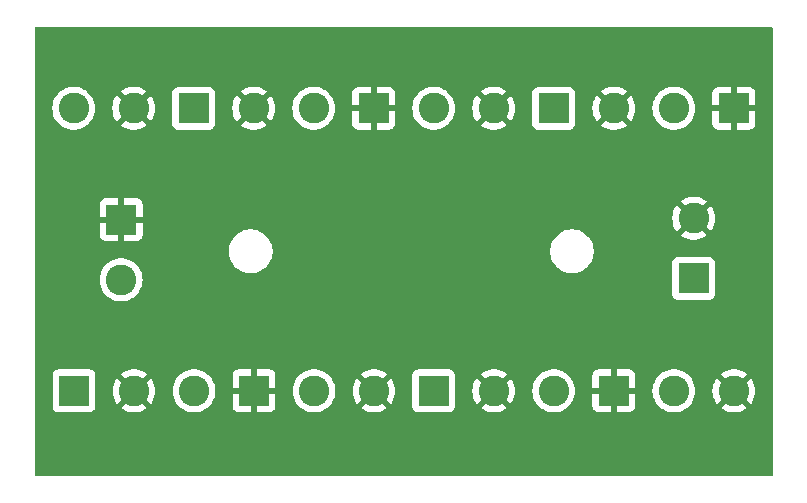
<source format=gbr>
%TF.GenerationSoftware,KiCad,Pcbnew,8.0.2*%
%TF.CreationDate,2024-10-28T21:49:57+01:00*%
%TF.ProjectId,SplitX_2,53706c69-7458-45f3-922e-6b696361645f,rev?*%
%TF.SameCoordinates,Original*%
%TF.FileFunction,Copper,L2,Bot*%
%TF.FilePolarity,Positive*%
%FSLAX46Y46*%
G04 Gerber Fmt 4.6, Leading zero omitted, Abs format (unit mm)*
G04 Created by KiCad (PCBNEW 8.0.2) date 2024-10-28 21:49:57*
%MOMM*%
%LPD*%
G01*
G04 APERTURE LIST*
%TA.AperFunction,ComponentPad*%
%ADD10R,2.600000X2.600000*%
%TD*%
%TA.AperFunction,ComponentPad*%
%ADD11C,2.600000*%
%TD*%
G04 APERTURE END LIST*
D10*
%TO.P,J5,1,Pin_1*%
%TO.N,B*%
X220218000Y-43891000D03*
D11*
%TO.P,J5,2,Pin_2*%
%TO.N,A*%
X215138000Y-43891000D03*
%TO.P,J5,3,Pin_3*%
%TO.N,B*%
X210058000Y-43891000D03*
%TD*%
D10*
%TO.P,J6,1,Pin_1*%
%TO.N,B*%
X210080000Y-67818000D03*
D11*
%TO.P,J6,2,Pin_2*%
%TO.N,A*%
X215160000Y-67818000D03*
%TO.P,J6,3,Pin_3*%
%TO.N,B*%
X220240000Y-67818000D03*
%TD*%
D10*
%TO.P,J4,1,Pin_1*%
%TO.N,A*%
X194840000Y-67818000D03*
D11*
%TO.P,J4,2,Pin_2*%
%TO.N,B*%
X199920000Y-67818000D03*
%TO.P,J4,3,Pin_3*%
%TO.N,A*%
X205000000Y-67818000D03*
%TD*%
D10*
%TO.P,J1,1,Pin_1*%
%TO.N,B*%
X198831000Y-53335000D03*
D11*
%TO.P,J1,2,Pin_2*%
%TO.N,A*%
X198831000Y-58415000D03*
%TD*%
D10*
%TO.P,J8,1,Pin_1*%
%TO.N,A*%
X225298000Y-67818000D03*
D11*
%TO.P,J8,2,Pin_2*%
%TO.N,B*%
X230378000Y-67818000D03*
%TO.P,J8,3,Pin_3*%
%TO.N,A*%
X235458000Y-67818000D03*
%TD*%
D10*
%TO.P,J2,1,Pin_1*%
%TO.N,B*%
X250703000Y-43891000D03*
D11*
%TO.P,J2,2,Pin_2*%
%TO.N,A*%
X245623000Y-43891000D03*
%TO.P,J2,3,Pin_3*%
%TO.N,B*%
X240543000Y-43891000D03*
%TD*%
D10*
%TO.P,J7,1,Pin_1*%
%TO.N,A*%
X204978000Y-43891000D03*
D11*
%TO.P,J7,2,Pin_2*%
%TO.N,B*%
X199898000Y-43891000D03*
%TO.P,J7,3,Pin_3*%
%TO.N,A*%
X194818000Y-43891000D03*
%TD*%
D10*
%TO.P,J9,1,Pin_1*%
%TO.N,B*%
X240544000Y-67818000D03*
D11*
%TO.P,J9,2,Pin_2*%
%TO.N,A*%
X245624000Y-67818000D03*
%TO.P,J9,3,Pin_3*%
%TO.N,B*%
X250704000Y-67818000D03*
%TD*%
D10*
%TO.P,J10,1,Pin_1*%
%TO.N,A*%
X247305000Y-58291000D03*
D11*
%TO.P,J10,2,Pin_2*%
%TO.N,B*%
X247305000Y-53211000D03*
%TD*%
D10*
%TO.P,J3,1,Pin_1*%
%TO.N,A*%
X235458000Y-43891000D03*
D11*
%TO.P,J3,2,Pin_2*%
%TO.N,B*%
X230378000Y-43891000D03*
%TO.P,J3,3,Pin_3*%
%TO.N,A*%
X225298000Y-43891000D03*
%TD*%
%TA.AperFunction,Conductor*%
%TO.N,B*%
G36*
X253942121Y-37020002D02*
G01*
X253988614Y-37073658D01*
X254000000Y-37126000D01*
X254000000Y-74874000D01*
X253979998Y-74942121D01*
X253926342Y-74988614D01*
X253874000Y-75000000D01*
X191626000Y-75000000D01*
X191557879Y-74979998D01*
X191511386Y-74926342D01*
X191500000Y-74874000D01*
X191500000Y-66469350D01*
X193031500Y-66469350D01*
X193031500Y-69166649D01*
X193038009Y-69227196D01*
X193038011Y-69227204D01*
X193089110Y-69364202D01*
X193089112Y-69364207D01*
X193176738Y-69481261D01*
X193293792Y-69568887D01*
X193293794Y-69568888D01*
X193293796Y-69568889D01*
X193338629Y-69585611D01*
X193430795Y-69619988D01*
X193430803Y-69619990D01*
X193491350Y-69626499D01*
X193491355Y-69626499D01*
X193491362Y-69626500D01*
X193491368Y-69626500D01*
X196188632Y-69626500D01*
X196188638Y-69626500D01*
X196188645Y-69626499D01*
X196188649Y-69626499D01*
X196249196Y-69619990D01*
X196249199Y-69619989D01*
X196249201Y-69619989D01*
X196386204Y-69568889D01*
X196386799Y-69568444D01*
X196503261Y-69481261D01*
X196590887Y-69364207D01*
X196590887Y-69364206D01*
X196590889Y-69364204D01*
X196641989Y-69227201D01*
X196648500Y-69166638D01*
X196648500Y-67818000D01*
X198106930Y-67818000D01*
X198127180Y-68088227D01*
X198187480Y-68352413D01*
X198187481Y-68352416D01*
X198286480Y-68604664D01*
X198421968Y-68839335D01*
X198474092Y-68904696D01*
X198474093Y-68904696D01*
X199317301Y-68061488D01*
X199343978Y-68125890D01*
X199415112Y-68232351D01*
X199505649Y-68322888D01*
X199612110Y-68394022D01*
X199676510Y-68420698D01*
X198832455Y-69264752D01*
X198832455Y-69264753D01*
X199013469Y-69388167D01*
X199013470Y-69388168D01*
X199257602Y-69505735D01*
X199516547Y-69585611D01*
X199516555Y-69585612D01*
X199784513Y-69626000D01*
X200055487Y-69626000D01*
X200323444Y-69585612D01*
X200323452Y-69585611D01*
X200582397Y-69505735D01*
X200826529Y-69388168D01*
X200826530Y-69388167D01*
X201007544Y-69264753D01*
X200163489Y-68420698D01*
X200227890Y-68394022D01*
X200334351Y-68322888D01*
X200424888Y-68232351D01*
X200496022Y-68125890D01*
X200522698Y-68061489D01*
X201365906Y-68904697D01*
X201365907Y-68904696D01*
X201418025Y-68839343D01*
X201418031Y-68839335D01*
X201553519Y-68604664D01*
X201652518Y-68352416D01*
X201652519Y-68352413D01*
X201712819Y-68088227D01*
X201733069Y-67818000D01*
X203186429Y-67818000D01*
X203206685Y-68088302D01*
X203267001Y-68352560D01*
X203267002Y-68352562D01*
X203366027Y-68604875D01*
X203366030Y-68604883D01*
X203501554Y-68839617D01*
X203501556Y-68839620D01*
X203501557Y-68839621D01*
X203553453Y-68904697D01*
X203670561Y-69051546D01*
X203794545Y-69166585D01*
X203869257Y-69235907D01*
X203869263Y-69235911D01*
X204093205Y-69388593D01*
X204093212Y-69388597D01*
X204093215Y-69388599D01*
X204234003Y-69456399D01*
X204337423Y-69506204D01*
X204337436Y-69506209D01*
X204596431Y-69586098D01*
X204596433Y-69586098D01*
X204596442Y-69586101D01*
X204864472Y-69626500D01*
X204864476Y-69626500D01*
X205135524Y-69626500D01*
X205135528Y-69626500D01*
X205403558Y-69586101D01*
X205403568Y-69586098D01*
X205662563Y-69506209D01*
X205662565Y-69506207D01*
X205662572Y-69506206D01*
X205662577Y-69506203D01*
X205662581Y-69506202D01*
X205906780Y-69388602D01*
X205906780Y-69388601D01*
X205906786Y-69388599D01*
X206130743Y-69235907D01*
X206329442Y-69051542D01*
X206498443Y-68839621D01*
X206633971Y-68604879D01*
X206732999Y-68352559D01*
X206793315Y-68088299D01*
X206813571Y-67818000D01*
X206793315Y-67547701D01*
X206732999Y-67283441D01*
X206633971Y-67031121D01*
X206633970Y-67031120D01*
X206633969Y-67031116D01*
X206498445Y-66796382D01*
X206329438Y-66584453D01*
X206205441Y-66469402D01*
X208272000Y-66469402D01*
X208272000Y-67564000D01*
X209481656Y-67564000D01*
X209454979Y-67628402D01*
X209430000Y-67753981D01*
X209430000Y-67882019D01*
X209454979Y-68007598D01*
X209481656Y-68072000D01*
X208272000Y-68072000D01*
X208272000Y-69166597D01*
X208278505Y-69227093D01*
X208329555Y-69363964D01*
X208329555Y-69363965D01*
X208417095Y-69480904D01*
X208534034Y-69568444D01*
X208670906Y-69619494D01*
X208731402Y-69625999D01*
X208731415Y-69626000D01*
X209826000Y-69626000D01*
X209826000Y-68416344D01*
X209890402Y-68443021D01*
X210015981Y-68468000D01*
X210144019Y-68468000D01*
X210269598Y-68443021D01*
X210334000Y-68416344D01*
X210334000Y-69626000D01*
X211428585Y-69626000D01*
X211428597Y-69625999D01*
X211489093Y-69619494D01*
X211625964Y-69568444D01*
X211625965Y-69568444D01*
X211742904Y-69480904D01*
X211830444Y-69363965D01*
X211830444Y-69363964D01*
X211881494Y-69227093D01*
X211887999Y-69166597D01*
X211888000Y-69166585D01*
X211888000Y-68072000D01*
X210678344Y-68072000D01*
X210705021Y-68007598D01*
X210730000Y-67882019D01*
X210730000Y-67818000D01*
X213346429Y-67818000D01*
X213366685Y-68088302D01*
X213427001Y-68352560D01*
X213427002Y-68352562D01*
X213526027Y-68604875D01*
X213526030Y-68604883D01*
X213661554Y-68839617D01*
X213661556Y-68839620D01*
X213661557Y-68839621D01*
X213713453Y-68904697D01*
X213830561Y-69051546D01*
X213954545Y-69166585D01*
X214029257Y-69235907D01*
X214029263Y-69235911D01*
X214253205Y-69388593D01*
X214253212Y-69388597D01*
X214253215Y-69388599D01*
X214394003Y-69456399D01*
X214497423Y-69506204D01*
X214497436Y-69506209D01*
X214756431Y-69586098D01*
X214756433Y-69586098D01*
X214756442Y-69586101D01*
X215024472Y-69626500D01*
X215024476Y-69626500D01*
X215295524Y-69626500D01*
X215295528Y-69626500D01*
X215563558Y-69586101D01*
X215563568Y-69586098D01*
X215822563Y-69506209D01*
X215822565Y-69506207D01*
X215822572Y-69506206D01*
X215822577Y-69506203D01*
X215822581Y-69506202D01*
X216066780Y-69388602D01*
X216066780Y-69388601D01*
X216066786Y-69388599D01*
X216290743Y-69235907D01*
X216489442Y-69051542D01*
X216658443Y-68839621D01*
X216793971Y-68604879D01*
X216892999Y-68352559D01*
X216953315Y-68088299D01*
X216973571Y-67818000D01*
X218426930Y-67818000D01*
X218447180Y-68088227D01*
X218507480Y-68352413D01*
X218507481Y-68352416D01*
X218606480Y-68604664D01*
X218741968Y-68839335D01*
X218794092Y-68904696D01*
X218794093Y-68904696D01*
X219637301Y-68061488D01*
X219663978Y-68125890D01*
X219735112Y-68232351D01*
X219825649Y-68322888D01*
X219932110Y-68394022D01*
X219996510Y-68420698D01*
X219152455Y-69264752D01*
X219152455Y-69264753D01*
X219333469Y-69388167D01*
X219333470Y-69388168D01*
X219577602Y-69505735D01*
X219836547Y-69585611D01*
X219836555Y-69585612D01*
X220104513Y-69626000D01*
X220375487Y-69626000D01*
X220643444Y-69585612D01*
X220643452Y-69585611D01*
X220902397Y-69505735D01*
X221146529Y-69388168D01*
X221146530Y-69388167D01*
X221327544Y-69264753D01*
X220483489Y-68420698D01*
X220547890Y-68394022D01*
X220654351Y-68322888D01*
X220744888Y-68232351D01*
X220816022Y-68125890D01*
X220842698Y-68061489D01*
X221685906Y-68904697D01*
X221685907Y-68904696D01*
X221738025Y-68839343D01*
X221738031Y-68839335D01*
X221873519Y-68604664D01*
X221972518Y-68352416D01*
X221972519Y-68352413D01*
X222032819Y-68088227D01*
X222053069Y-67818000D01*
X222032819Y-67547772D01*
X221972519Y-67283586D01*
X221972518Y-67283583D01*
X221873519Y-67031335D01*
X221738031Y-66796664D01*
X221685906Y-66731302D01*
X221685905Y-66731302D01*
X220842697Y-67574509D01*
X220816022Y-67510110D01*
X220744888Y-67403649D01*
X220654351Y-67313112D01*
X220547890Y-67241978D01*
X220483488Y-67215301D01*
X221229439Y-66469350D01*
X223489500Y-66469350D01*
X223489500Y-69166649D01*
X223496009Y-69227196D01*
X223496011Y-69227204D01*
X223547110Y-69364202D01*
X223547112Y-69364207D01*
X223634738Y-69481261D01*
X223751792Y-69568887D01*
X223751794Y-69568888D01*
X223751796Y-69568889D01*
X223796629Y-69585611D01*
X223888795Y-69619988D01*
X223888803Y-69619990D01*
X223949350Y-69626499D01*
X223949355Y-69626499D01*
X223949362Y-69626500D01*
X223949368Y-69626500D01*
X226646632Y-69626500D01*
X226646638Y-69626500D01*
X226646645Y-69626499D01*
X226646649Y-69626499D01*
X226707196Y-69619990D01*
X226707199Y-69619989D01*
X226707201Y-69619989D01*
X226844204Y-69568889D01*
X226844799Y-69568444D01*
X226961261Y-69481261D01*
X227048887Y-69364207D01*
X227048887Y-69364206D01*
X227048889Y-69364204D01*
X227099989Y-69227201D01*
X227106500Y-69166638D01*
X227106500Y-67818000D01*
X228564930Y-67818000D01*
X228585180Y-68088227D01*
X228645480Y-68352413D01*
X228645481Y-68352416D01*
X228744480Y-68604664D01*
X228879968Y-68839335D01*
X228932092Y-68904696D01*
X228932093Y-68904696D01*
X229775301Y-68061488D01*
X229801978Y-68125890D01*
X229873112Y-68232351D01*
X229963649Y-68322888D01*
X230070110Y-68394022D01*
X230134510Y-68420698D01*
X229290455Y-69264752D01*
X229290455Y-69264753D01*
X229471469Y-69388167D01*
X229471470Y-69388168D01*
X229715602Y-69505735D01*
X229974547Y-69585611D01*
X229974555Y-69585612D01*
X230242513Y-69626000D01*
X230513487Y-69626000D01*
X230781444Y-69585612D01*
X230781452Y-69585611D01*
X231040397Y-69505735D01*
X231284529Y-69388168D01*
X231284530Y-69388167D01*
X231465544Y-69264753D01*
X230621489Y-68420698D01*
X230685890Y-68394022D01*
X230792351Y-68322888D01*
X230882888Y-68232351D01*
X230954022Y-68125890D01*
X230980698Y-68061489D01*
X231823906Y-68904697D01*
X231823907Y-68904696D01*
X231876025Y-68839343D01*
X231876031Y-68839335D01*
X232011519Y-68604664D01*
X232110518Y-68352416D01*
X232110519Y-68352413D01*
X232170819Y-68088227D01*
X232191069Y-67818000D01*
X233644429Y-67818000D01*
X233664685Y-68088302D01*
X233725001Y-68352560D01*
X233725002Y-68352562D01*
X233824027Y-68604875D01*
X233824030Y-68604883D01*
X233959554Y-68839617D01*
X233959556Y-68839620D01*
X233959557Y-68839621D01*
X234011453Y-68904697D01*
X234128561Y-69051546D01*
X234252545Y-69166585D01*
X234327257Y-69235907D01*
X234327263Y-69235911D01*
X234551205Y-69388593D01*
X234551212Y-69388597D01*
X234551215Y-69388599D01*
X234692003Y-69456399D01*
X234795423Y-69506204D01*
X234795436Y-69506209D01*
X235054431Y-69586098D01*
X235054433Y-69586098D01*
X235054442Y-69586101D01*
X235322472Y-69626500D01*
X235322476Y-69626500D01*
X235593524Y-69626500D01*
X235593528Y-69626500D01*
X235861558Y-69586101D01*
X235861568Y-69586098D01*
X236120563Y-69506209D01*
X236120565Y-69506207D01*
X236120572Y-69506206D01*
X236120577Y-69506203D01*
X236120581Y-69506202D01*
X236364780Y-69388602D01*
X236364780Y-69388601D01*
X236364786Y-69388599D01*
X236588743Y-69235907D01*
X236787442Y-69051542D01*
X236956443Y-68839621D01*
X237091971Y-68604879D01*
X237190999Y-68352559D01*
X237251315Y-68088299D01*
X237271571Y-67818000D01*
X237251315Y-67547701D01*
X237190999Y-67283441D01*
X237091971Y-67031121D01*
X237091970Y-67031120D01*
X237091969Y-67031116D01*
X236956445Y-66796382D01*
X236787438Y-66584453D01*
X236663441Y-66469402D01*
X238736000Y-66469402D01*
X238736000Y-67564000D01*
X239945656Y-67564000D01*
X239918979Y-67628402D01*
X239894000Y-67753981D01*
X239894000Y-67882019D01*
X239918979Y-68007598D01*
X239945656Y-68072000D01*
X238736000Y-68072000D01*
X238736000Y-69166597D01*
X238742505Y-69227093D01*
X238793555Y-69363964D01*
X238793555Y-69363965D01*
X238881095Y-69480904D01*
X238998034Y-69568444D01*
X239134906Y-69619494D01*
X239195402Y-69625999D01*
X239195415Y-69626000D01*
X240290000Y-69626000D01*
X240290000Y-68416344D01*
X240354402Y-68443021D01*
X240479981Y-68468000D01*
X240608019Y-68468000D01*
X240733598Y-68443021D01*
X240798000Y-68416344D01*
X240798000Y-69626000D01*
X241892585Y-69626000D01*
X241892597Y-69625999D01*
X241953093Y-69619494D01*
X242089964Y-69568444D01*
X242089965Y-69568444D01*
X242206904Y-69480904D01*
X242294444Y-69363965D01*
X242294444Y-69363964D01*
X242345494Y-69227093D01*
X242351999Y-69166597D01*
X242352000Y-69166585D01*
X242352000Y-68072000D01*
X241142344Y-68072000D01*
X241169021Y-68007598D01*
X241194000Y-67882019D01*
X241194000Y-67818000D01*
X243810429Y-67818000D01*
X243830685Y-68088302D01*
X243891001Y-68352560D01*
X243891002Y-68352562D01*
X243990027Y-68604875D01*
X243990030Y-68604883D01*
X244125554Y-68839617D01*
X244125556Y-68839620D01*
X244125557Y-68839621D01*
X244177453Y-68904697D01*
X244294561Y-69051546D01*
X244418545Y-69166585D01*
X244493257Y-69235907D01*
X244493263Y-69235911D01*
X244717205Y-69388593D01*
X244717212Y-69388597D01*
X244717215Y-69388599D01*
X244858003Y-69456399D01*
X244961423Y-69506204D01*
X244961436Y-69506209D01*
X245220431Y-69586098D01*
X245220433Y-69586098D01*
X245220442Y-69586101D01*
X245488472Y-69626500D01*
X245488476Y-69626500D01*
X245759524Y-69626500D01*
X245759528Y-69626500D01*
X246027558Y-69586101D01*
X246027568Y-69586098D01*
X246286563Y-69506209D01*
X246286565Y-69506207D01*
X246286572Y-69506206D01*
X246286577Y-69506203D01*
X246286581Y-69506202D01*
X246530780Y-69388602D01*
X246530780Y-69388601D01*
X246530786Y-69388599D01*
X246754743Y-69235907D01*
X246953442Y-69051542D01*
X247122443Y-68839621D01*
X247257971Y-68604879D01*
X247356999Y-68352559D01*
X247417315Y-68088299D01*
X247437571Y-67818000D01*
X248890930Y-67818000D01*
X248911180Y-68088227D01*
X248971480Y-68352413D01*
X248971481Y-68352416D01*
X249070480Y-68604664D01*
X249205968Y-68839335D01*
X249258092Y-68904696D01*
X249258093Y-68904696D01*
X250101301Y-68061488D01*
X250127978Y-68125890D01*
X250199112Y-68232351D01*
X250289649Y-68322888D01*
X250396110Y-68394022D01*
X250460510Y-68420698D01*
X249616455Y-69264752D01*
X249616455Y-69264753D01*
X249797469Y-69388167D01*
X249797470Y-69388168D01*
X250041602Y-69505735D01*
X250300547Y-69585611D01*
X250300555Y-69585612D01*
X250568513Y-69626000D01*
X250839487Y-69626000D01*
X251107444Y-69585612D01*
X251107452Y-69585611D01*
X251366397Y-69505735D01*
X251610529Y-69388168D01*
X251610530Y-69388167D01*
X251791544Y-69264753D01*
X250947489Y-68420698D01*
X251011890Y-68394022D01*
X251118351Y-68322888D01*
X251208888Y-68232351D01*
X251280022Y-68125890D01*
X251306698Y-68061489D01*
X252149906Y-68904697D01*
X252149907Y-68904696D01*
X252202025Y-68839343D01*
X252202031Y-68839335D01*
X252337519Y-68604664D01*
X252436518Y-68352416D01*
X252436519Y-68352413D01*
X252496819Y-68088227D01*
X252517069Y-67818000D01*
X252496819Y-67547772D01*
X252436519Y-67283586D01*
X252436518Y-67283583D01*
X252337519Y-67031335D01*
X252202031Y-66796664D01*
X252149906Y-66731302D01*
X252149905Y-66731302D01*
X251306697Y-67574509D01*
X251280022Y-67510110D01*
X251208888Y-67403649D01*
X251118351Y-67313112D01*
X251011890Y-67241978D01*
X250947488Y-67215301D01*
X251791543Y-66371246D01*
X251791543Y-66371244D01*
X251610537Y-66247836D01*
X251610529Y-66247831D01*
X251366397Y-66130264D01*
X251107452Y-66050388D01*
X251107444Y-66050387D01*
X250839487Y-66010000D01*
X250568513Y-66010000D01*
X250300555Y-66050387D01*
X250300547Y-66050388D01*
X250041602Y-66130264D01*
X249797470Y-66247831D01*
X249797462Y-66247836D01*
X249616455Y-66371244D01*
X249616455Y-66371246D01*
X250460510Y-67215301D01*
X250396110Y-67241978D01*
X250289649Y-67313112D01*
X250199112Y-67403649D01*
X250127978Y-67510110D01*
X250101301Y-67574510D01*
X249258093Y-66731302D01*
X249258091Y-66731302D01*
X249205968Y-66796664D01*
X249070480Y-67031335D01*
X248971481Y-67283583D01*
X248971480Y-67283586D01*
X248911180Y-67547772D01*
X248890930Y-67818000D01*
X247437571Y-67818000D01*
X247417315Y-67547701D01*
X247356999Y-67283441D01*
X247257971Y-67031121D01*
X247257970Y-67031120D01*
X247257969Y-67031116D01*
X247122445Y-66796382D01*
X246953438Y-66584453D01*
X246764126Y-66408799D01*
X246754743Y-66400093D01*
X246712432Y-66371246D01*
X246566917Y-66272035D01*
X246530786Y-66247401D01*
X246530783Y-66247400D01*
X246530781Y-66247398D01*
X246530780Y-66247397D01*
X246286581Y-66129797D01*
X246286563Y-66129790D01*
X246027568Y-66049901D01*
X246027560Y-66049899D01*
X246027558Y-66049899D01*
X245759528Y-66009500D01*
X245488472Y-66009500D01*
X245220442Y-66049899D01*
X245220440Y-66049899D01*
X245220431Y-66049901D01*
X244961436Y-66129790D01*
X244961423Y-66129795D01*
X244717212Y-66247402D01*
X244717205Y-66247406D01*
X244493263Y-66400088D01*
X244493251Y-66400098D01*
X244294561Y-66584453D01*
X244125554Y-66796382D01*
X243990030Y-67031116D01*
X243990027Y-67031124D01*
X243891002Y-67283437D01*
X243891001Y-67283439D01*
X243830685Y-67547697D01*
X243810429Y-67818000D01*
X241194000Y-67818000D01*
X241194000Y-67753981D01*
X241169021Y-67628402D01*
X241142344Y-67564000D01*
X242352000Y-67564000D01*
X242352000Y-66469414D01*
X242351999Y-66469402D01*
X242345494Y-66408906D01*
X242294444Y-66272035D01*
X242294444Y-66272034D01*
X242206904Y-66155095D01*
X242089965Y-66067555D01*
X241953093Y-66016505D01*
X241892597Y-66010000D01*
X240798000Y-66010000D01*
X240798000Y-67219655D01*
X240733598Y-67192979D01*
X240608019Y-67168000D01*
X240479981Y-67168000D01*
X240354402Y-67192979D01*
X240290000Y-67219655D01*
X240290000Y-66010000D01*
X239195402Y-66010000D01*
X239134906Y-66016505D01*
X238998035Y-66067555D01*
X238998034Y-66067555D01*
X238881095Y-66155095D01*
X238793555Y-66272034D01*
X238793555Y-66272035D01*
X238742505Y-66408906D01*
X238736000Y-66469402D01*
X236663441Y-66469402D01*
X236598126Y-66408799D01*
X236588743Y-66400093D01*
X236546432Y-66371246D01*
X236400917Y-66272035D01*
X236364786Y-66247401D01*
X236364783Y-66247400D01*
X236364781Y-66247398D01*
X236364780Y-66247397D01*
X236120581Y-66129797D01*
X236120563Y-66129790D01*
X235861568Y-66049901D01*
X235861560Y-66049899D01*
X235861558Y-66049899D01*
X235593528Y-66009500D01*
X235322472Y-66009500D01*
X235054442Y-66049899D01*
X235054440Y-66049899D01*
X235054431Y-66049901D01*
X234795436Y-66129790D01*
X234795423Y-66129795D01*
X234551212Y-66247402D01*
X234551205Y-66247406D01*
X234327263Y-66400088D01*
X234327251Y-66400098D01*
X234128561Y-66584453D01*
X233959554Y-66796382D01*
X233824030Y-67031116D01*
X233824027Y-67031124D01*
X233725002Y-67283437D01*
X233725001Y-67283439D01*
X233664685Y-67547697D01*
X233644429Y-67818000D01*
X232191069Y-67818000D01*
X232170819Y-67547772D01*
X232110519Y-67283586D01*
X232110518Y-67283583D01*
X232011519Y-67031335D01*
X231876031Y-66796664D01*
X231823906Y-66731302D01*
X231823905Y-66731302D01*
X230980697Y-67574509D01*
X230954022Y-67510110D01*
X230882888Y-67403649D01*
X230792351Y-67313112D01*
X230685890Y-67241978D01*
X230621488Y-67215301D01*
X231465543Y-66371246D01*
X231465543Y-66371244D01*
X231284537Y-66247836D01*
X231284529Y-66247831D01*
X231040397Y-66130264D01*
X230781452Y-66050388D01*
X230781444Y-66050387D01*
X230513487Y-66010000D01*
X230242513Y-66010000D01*
X229974555Y-66050387D01*
X229974547Y-66050388D01*
X229715602Y-66130264D01*
X229471470Y-66247831D01*
X229471462Y-66247836D01*
X229290455Y-66371244D01*
X229290455Y-66371246D01*
X230134510Y-67215301D01*
X230070110Y-67241978D01*
X229963649Y-67313112D01*
X229873112Y-67403649D01*
X229801978Y-67510110D01*
X229775301Y-67574510D01*
X228932093Y-66731302D01*
X228932091Y-66731302D01*
X228879968Y-66796664D01*
X228744480Y-67031335D01*
X228645481Y-67283583D01*
X228645480Y-67283586D01*
X228585180Y-67547772D01*
X228564930Y-67818000D01*
X227106500Y-67818000D01*
X227106500Y-66469362D01*
X227100001Y-66408906D01*
X227099990Y-66408803D01*
X227099988Y-66408795D01*
X227048978Y-66272035D01*
X227048889Y-66271796D01*
X227048888Y-66271794D01*
X227048887Y-66271792D01*
X226961261Y-66154738D01*
X226844207Y-66067112D01*
X226844202Y-66067110D01*
X226707204Y-66016011D01*
X226707196Y-66016009D01*
X226646649Y-66009500D01*
X226646638Y-66009500D01*
X223949362Y-66009500D01*
X223949350Y-66009500D01*
X223888803Y-66016009D01*
X223888795Y-66016011D01*
X223751797Y-66067110D01*
X223751792Y-66067112D01*
X223634738Y-66154738D01*
X223547112Y-66271792D01*
X223547110Y-66271797D01*
X223496011Y-66408795D01*
X223496009Y-66408803D01*
X223489500Y-66469350D01*
X221229439Y-66469350D01*
X221327543Y-66371246D01*
X221327543Y-66371244D01*
X221146537Y-66247836D01*
X221146529Y-66247831D01*
X220902397Y-66130264D01*
X220643452Y-66050388D01*
X220643444Y-66050387D01*
X220375487Y-66010000D01*
X220104513Y-66010000D01*
X219836555Y-66050387D01*
X219836547Y-66050388D01*
X219577602Y-66130264D01*
X219333470Y-66247831D01*
X219333462Y-66247836D01*
X219152455Y-66371244D01*
X219152455Y-66371246D01*
X219996510Y-67215301D01*
X219932110Y-67241978D01*
X219825649Y-67313112D01*
X219735112Y-67403649D01*
X219663978Y-67510110D01*
X219637301Y-67574510D01*
X218794093Y-66731302D01*
X218794091Y-66731302D01*
X218741968Y-66796664D01*
X218606480Y-67031335D01*
X218507481Y-67283583D01*
X218507480Y-67283586D01*
X218447180Y-67547772D01*
X218426930Y-67818000D01*
X216973571Y-67818000D01*
X216953315Y-67547701D01*
X216892999Y-67283441D01*
X216793971Y-67031121D01*
X216793970Y-67031120D01*
X216793969Y-67031116D01*
X216658445Y-66796382D01*
X216489438Y-66584453D01*
X216300126Y-66408799D01*
X216290743Y-66400093D01*
X216248432Y-66371246D01*
X216102917Y-66272035D01*
X216066786Y-66247401D01*
X216066783Y-66247400D01*
X216066781Y-66247398D01*
X216066780Y-66247397D01*
X215822581Y-66129797D01*
X215822563Y-66129790D01*
X215563568Y-66049901D01*
X215563560Y-66049899D01*
X215563558Y-66049899D01*
X215295528Y-66009500D01*
X215024472Y-66009500D01*
X214756442Y-66049899D01*
X214756440Y-66049899D01*
X214756431Y-66049901D01*
X214497436Y-66129790D01*
X214497423Y-66129795D01*
X214253212Y-66247402D01*
X214253205Y-66247406D01*
X214029263Y-66400088D01*
X214029251Y-66400098D01*
X213830561Y-66584453D01*
X213661554Y-66796382D01*
X213526030Y-67031116D01*
X213526027Y-67031124D01*
X213427002Y-67283437D01*
X213427001Y-67283439D01*
X213366685Y-67547697D01*
X213346429Y-67818000D01*
X210730000Y-67818000D01*
X210730000Y-67753981D01*
X210705021Y-67628402D01*
X210678344Y-67564000D01*
X211888000Y-67564000D01*
X211888000Y-66469414D01*
X211887999Y-66469402D01*
X211881494Y-66408906D01*
X211830444Y-66272035D01*
X211830444Y-66272034D01*
X211742904Y-66155095D01*
X211625965Y-66067555D01*
X211489093Y-66016505D01*
X211428597Y-66010000D01*
X210334000Y-66010000D01*
X210334000Y-67219655D01*
X210269598Y-67192979D01*
X210144019Y-67168000D01*
X210015981Y-67168000D01*
X209890402Y-67192979D01*
X209826000Y-67219655D01*
X209826000Y-66010000D01*
X208731402Y-66010000D01*
X208670906Y-66016505D01*
X208534035Y-66067555D01*
X208534034Y-66067555D01*
X208417095Y-66155095D01*
X208329555Y-66272034D01*
X208329555Y-66272035D01*
X208278505Y-66408906D01*
X208272000Y-66469402D01*
X206205441Y-66469402D01*
X206140126Y-66408799D01*
X206130743Y-66400093D01*
X206088432Y-66371246D01*
X205942917Y-66272035D01*
X205906786Y-66247401D01*
X205906783Y-66247400D01*
X205906781Y-66247398D01*
X205906780Y-66247397D01*
X205662581Y-66129797D01*
X205662563Y-66129790D01*
X205403568Y-66049901D01*
X205403560Y-66049899D01*
X205403558Y-66049899D01*
X205135528Y-66009500D01*
X204864472Y-66009500D01*
X204596442Y-66049899D01*
X204596440Y-66049899D01*
X204596431Y-66049901D01*
X204337436Y-66129790D01*
X204337423Y-66129795D01*
X204093212Y-66247402D01*
X204093205Y-66247406D01*
X203869263Y-66400088D01*
X203869251Y-66400098D01*
X203670561Y-66584453D01*
X203501554Y-66796382D01*
X203366030Y-67031116D01*
X203366027Y-67031124D01*
X203267002Y-67283437D01*
X203267001Y-67283439D01*
X203206685Y-67547697D01*
X203186429Y-67818000D01*
X201733069Y-67818000D01*
X201712819Y-67547772D01*
X201652519Y-67283586D01*
X201652518Y-67283583D01*
X201553519Y-67031335D01*
X201418031Y-66796664D01*
X201365906Y-66731302D01*
X201365905Y-66731302D01*
X200522697Y-67574509D01*
X200496022Y-67510110D01*
X200424888Y-67403649D01*
X200334351Y-67313112D01*
X200227890Y-67241978D01*
X200163488Y-67215301D01*
X201007543Y-66371246D01*
X201007543Y-66371244D01*
X200826537Y-66247836D01*
X200826529Y-66247831D01*
X200582397Y-66130264D01*
X200323452Y-66050388D01*
X200323444Y-66050387D01*
X200055487Y-66010000D01*
X199784513Y-66010000D01*
X199516555Y-66050387D01*
X199516547Y-66050388D01*
X199257602Y-66130264D01*
X199013470Y-66247831D01*
X199013462Y-66247836D01*
X198832455Y-66371244D01*
X198832455Y-66371246D01*
X199676510Y-67215301D01*
X199612110Y-67241978D01*
X199505649Y-67313112D01*
X199415112Y-67403649D01*
X199343978Y-67510110D01*
X199317301Y-67574510D01*
X198474093Y-66731302D01*
X198474091Y-66731302D01*
X198421968Y-66796664D01*
X198286480Y-67031335D01*
X198187481Y-67283583D01*
X198187480Y-67283586D01*
X198127180Y-67547772D01*
X198106930Y-67818000D01*
X196648500Y-67818000D01*
X196648500Y-66469362D01*
X196642001Y-66408906D01*
X196641990Y-66408803D01*
X196641988Y-66408795D01*
X196590978Y-66272035D01*
X196590889Y-66271796D01*
X196590888Y-66271794D01*
X196590887Y-66271792D01*
X196503261Y-66154738D01*
X196386207Y-66067112D01*
X196386202Y-66067110D01*
X196249204Y-66016011D01*
X196249196Y-66016009D01*
X196188649Y-66009500D01*
X196188638Y-66009500D01*
X193491362Y-66009500D01*
X193491350Y-66009500D01*
X193430803Y-66016009D01*
X193430795Y-66016011D01*
X193293797Y-66067110D01*
X193293792Y-66067112D01*
X193176738Y-66154738D01*
X193089112Y-66271792D01*
X193089110Y-66271797D01*
X193038011Y-66408795D01*
X193038009Y-66408803D01*
X193031500Y-66469350D01*
X191500000Y-66469350D01*
X191500000Y-58415000D01*
X197017429Y-58415000D01*
X197037685Y-58685302D01*
X197098001Y-58949560D01*
X197098002Y-58949562D01*
X197197027Y-59201875D01*
X197197030Y-59201883D01*
X197332554Y-59436617D01*
X197501561Y-59648546D01*
X197648106Y-59784518D01*
X197700257Y-59832907D01*
X197700263Y-59832911D01*
X197924205Y-59985593D01*
X197924212Y-59985597D01*
X197924215Y-59985599D01*
X198041098Y-60041887D01*
X198168423Y-60103204D01*
X198168436Y-60103209D01*
X198427431Y-60183098D01*
X198427433Y-60183098D01*
X198427442Y-60183101D01*
X198695472Y-60223500D01*
X198695476Y-60223500D01*
X198966524Y-60223500D01*
X198966528Y-60223500D01*
X199234558Y-60183101D01*
X199234568Y-60183098D01*
X199493563Y-60103209D01*
X199493565Y-60103207D01*
X199493572Y-60103206D01*
X199493577Y-60103203D01*
X199493581Y-60103202D01*
X199737780Y-59985602D01*
X199737780Y-59985601D01*
X199737786Y-59985599D01*
X199961743Y-59832907D01*
X200160442Y-59648542D01*
X200329443Y-59436621D01*
X200464971Y-59201879D01*
X200563999Y-58949559D01*
X200624315Y-58685299D01*
X200644571Y-58415000D01*
X200624315Y-58144701D01*
X200563999Y-57880441D01*
X200464971Y-57628121D01*
X200464970Y-57628120D01*
X200464969Y-57628116D01*
X200329445Y-57393382D01*
X200160438Y-57181453D01*
X199961748Y-56997098D01*
X199961742Y-56997092D01*
X199792644Y-56881803D01*
X199737786Y-56844401D01*
X199737783Y-56844400D01*
X199737781Y-56844398D01*
X199737780Y-56844397D01*
X199493581Y-56726797D01*
X199493563Y-56726790D01*
X199234568Y-56646901D01*
X199234560Y-56646899D01*
X199234558Y-56646899D01*
X198966528Y-56606500D01*
X198695472Y-56606500D01*
X198427442Y-56646899D01*
X198427440Y-56646899D01*
X198427431Y-56646901D01*
X198168436Y-56726790D01*
X198168423Y-56726795D01*
X197924212Y-56844402D01*
X197924205Y-56844406D01*
X197700263Y-56997088D01*
X197700251Y-56997098D01*
X197501561Y-57181453D01*
X197332554Y-57393382D01*
X197197030Y-57628116D01*
X197197027Y-57628124D01*
X197098002Y-57880437D01*
X197098001Y-57880439D01*
X197037685Y-58144697D01*
X197017429Y-58415000D01*
X191500000Y-58415000D01*
X191500000Y-55878709D01*
X207953500Y-55878709D01*
X207953500Y-56121290D01*
X207985160Y-56361782D01*
X208047944Y-56596095D01*
X208047945Y-56596097D01*
X208047946Y-56596100D01*
X208140776Y-56820212D01*
X208140777Y-56820213D01*
X208140782Y-56820224D01*
X208262061Y-57030285D01*
X208262063Y-57030288D01*
X208262064Y-57030289D01*
X208409735Y-57222738D01*
X208409739Y-57222742D01*
X208409744Y-57222748D01*
X208581251Y-57394255D01*
X208581256Y-57394259D01*
X208581262Y-57394265D01*
X208773711Y-57541936D01*
X208773714Y-57541938D01*
X208983775Y-57663217D01*
X208983779Y-57663218D01*
X208983788Y-57663224D01*
X209207900Y-57756054D01*
X209442211Y-57818838D01*
X209442215Y-57818838D01*
X209442217Y-57818839D01*
X209504202Y-57826999D01*
X209682712Y-57850500D01*
X209682719Y-57850500D01*
X209925281Y-57850500D01*
X209925288Y-57850500D01*
X210142637Y-57821885D01*
X210165782Y-57818839D01*
X210165782Y-57818838D01*
X210165789Y-57818838D01*
X210400100Y-57756054D01*
X210624212Y-57663224D01*
X210834289Y-57541936D01*
X211026738Y-57394265D01*
X211198265Y-57222738D01*
X211345936Y-57030289D01*
X211467224Y-56820212D01*
X211560054Y-56596100D01*
X211622838Y-56361789D01*
X211654500Y-56121288D01*
X211654500Y-55878712D01*
X211654500Y-55878709D01*
X235149500Y-55878709D01*
X235149500Y-56121290D01*
X235181160Y-56361782D01*
X235243944Y-56596095D01*
X235243945Y-56596097D01*
X235243946Y-56596100D01*
X235336776Y-56820212D01*
X235336777Y-56820213D01*
X235336782Y-56820224D01*
X235458061Y-57030285D01*
X235458063Y-57030288D01*
X235458064Y-57030289D01*
X235605735Y-57222738D01*
X235605739Y-57222742D01*
X235605744Y-57222748D01*
X235777251Y-57394255D01*
X235777256Y-57394259D01*
X235777262Y-57394265D01*
X235969711Y-57541936D01*
X235969714Y-57541938D01*
X236179775Y-57663217D01*
X236179779Y-57663218D01*
X236179788Y-57663224D01*
X236403900Y-57756054D01*
X236638211Y-57818838D01*
X236638215Y-57818838D01*
X236638217Y-57818839D01*
X236700202Y-57826999D01*
X236878712Y-57850500D01*
X236878719Y-57850500D01*
X237121281Y-57850500D01*
X237121288Y-57850500D01*
X237338637Y-57821885D01*
X237361782Y-57818839D01*
X237361782Y-57818838D01*
X237361789Y-57818838D01*
X237596100Y-57756054D01*
X237820212Y-57663224D01*
X238030289Y-57541936D01*
X238222738Y-57394265D01*
X238394265Y-57222738D01*
X238541936Y-57030289D01*
X238592708Y-56942350D01*
X245496500Y-56942350D01*
X245496500Y-59639649D01*
X245503009Y-59700196D01*
X245503011Y-59700204D01*
X245554110Y-59837202D01*
X245554112Y-59837207D01*
X245641738Y-59954261D01*
X245758792Y-60041887D01*
X245758794Y-60041888D01*
X245758796Y-60041889D01*
X245817875Y-60063924D01*
X245895795Y-60092988D01*
X245895803Y-60092990D01*
X245956350Y-60099499D01*
X245956355Y-60099499D01*
X245956362Y-60099500D01*
X245956368Y-60099500D01*
X248653632Y-60099500D01*
X248653638Y-60099500D01*
X248653645Y-60099499D01*
X248653649Y-60099499D01*
X248714196Y-60092990D01*
X248714199Y-60092989D01*
X248714201Y-60092989D01*
X248851204Y-60041889D01*
X248926395Y-59985602D01*
X248968261Y-59954261D01*
X249055887Y-59837207D01*
X249055887Y-59837206D01*
X249055889Y-59837204D01*
X249106989Y-59700201D01*
X249112543Y-59648546D01*
X249113499Y-59639649D01*
X249113500Y-59639632D01*
X249113500Y-56942367D01*
X249113499Y-56942350D01*
X249106990Y-56881803D01*
X249106988Y-56881795D01*
X249055889Y-56744797D01*
X249055887Y-56744792D01*
X248968261Y-56627738D01*
X248851207Y-56540112D01*
X248851202Y-56540110D01*
X248714204Y-56489011D01*
X248714196Y-56489009D01*
X248653649Y-56482500D01*
X248653638Y-56482500D01*
X245956362Y-56482500D01*
X245956350Y-56482500D01*
X245895803Y-56489009D01*
X245895795Y-56489011D01*
X245758797Y-56540110D01*
X245758792Y-56540112D01*
X245641738Y-56627738D01*
X245554112Y-56744792D01*
X245554110Y-56744797D01*
X245503011Y-56881795D01*
X245503009Y-56881803D01*
X245496500Y-56942350D01*
X238592708Y-56942350D01*
X238663224Y-56820212D01*
X238756054Y-56596100D01*
X238818838Y-56361789D01*
X238850500Y-56121288D01*
X238850500Y-55878712D01*
X238818838Y-55638211D01*
X238756054Y-55403900D01*
X238663224Y-55179788D01*
X238663218Y-55179779D01*
X238663217Y-55179775D01*
X238541938Y-54969714D01*
X238487474Y-54898735D01*
X238394265Y-54777262D01*
X238394259Y-54777256D01*
X238394255Y-54777251D01*
X238222748Y-54605744D01*
X238222742Y-54605739D01*
X238222738Y-54605735D01*
X238030289Y-54458064D01*
X238030288Y-54458063D01*
X238030285Y-54458061D01*
X237820224Y-54336782D01*
X237820216Y-54336778D01*
X237820212Y-54336776D01*
X237596100Y-54243946D01*
X237596097Y-54243945D01*
X237596095Y-54243944D01*
X237361782Y-54181160D01*
X237121290Y-54149500D01*
X237121288Y-54149500D01*
X236878712Y-54149500D01*
X236878709Y-54149500D01*
X236638217Y-54181160D01*
X236403904Y-54243944D01*
X236403900Y-54243946D01*
X236274134Y-54297697D01*
X236179786Y-54336777D01*
X236179775Y-54336782D01*
X235969714Y-54458061D01*
X235777262Y-54605735D01*
X235777251Y-54605744D01*
X235605744Y-54777251D01*
X235605735Y-54777262D01*
X235458061Y-54969714D01*
X235336782Y-55179775D01*
X235336777Y-55179786D01*
X235243946Y-55403900D01*
X235243944Y-55403904D01*
X235181160Y-55638217D01*
X235149500Y-55878709D01*
X211654500Y-55878709D01*
X211622838Y-55638211D01*
X211560054Y-55403900D01*
X211467224Y-55179788D01*
X211467218Y-55179779D01*
X211467217Y-55179775D01*
X211345938Y-54969714D01*
X211291474Y-54898735D01*
X211198265Y-54777262D01*
X211198259Y-54777256D01*
X211198255Y-54777251D01*
X211026748Y-54605744D01*
X211026742Y-54605739D01*
X211026738Y-54605735D01*
X210834289Y-54458064D01*
X210834288Y-54458063D01*
X210834285Y-54458061D01*
X210624224Y-54336782D01*
X210624216Y-54336778D01*
X210624212Y-54336776D01*
X210400100Y-54243946D01*
X210400097Y-54243945D01*
X210400095Y-54243944D01*
X210165782Y-54181160D01*
X209925290Y-54149500D01*
X209925288Y-54149500D01*
X209682712Y-54149500D01*
X209682709Y-54149500D01*
X209442217Y-54181160D01*
X209207904Y-54243944D01*
X209207900Y-54243946D01*
X209078134Y-54297697D01*
X208983786Y-54336777D01*
X208983775Y-54336782D01*
X208773714Y-54458061D01*
X208581262Y-54605735D01*
X208581251Y-54605744D01*
X208409744Y-54777251D01*
X208409735Y-54777262D01*
X208262061Y-54969714D01*
X208140782Y-55179775D01*
X208140777Y-55179786D01*
X208047946Y-55403900D01*
X208047944Y-55403904D01*
X207985160Y-55638217D01*
X207953500Y-55878709D01*
X191500000Y-55878709D01*
X191500000Y-51986402D01*
X197023000Y-51986402D01*
X197023000Y-53081000D01*
X198232656Y-53081000D01*
X198205979Y-53145402D01*
X198181000Y-53270981D01*
X198181000Y-53399019D01*
X198205979Y-53524598D01*
X198232656Y-53589000D01*
X197023000Y-53589000D01*
X197023000Y-54683597D01*
X197029505Y-54744093D01*
X197080555Y-54880964D01*
X197080555Y-54880965D01*
X197168095Y-54997904D01*
X197285034Y-55085444D01*
X197421906Y-55136494D01*
X197482402Y-55142999D01*
X197482415Y-55143000D01*
X198577000Y-55143000D01*
X198577000Y-53933344D01*
X198641402Y-53960021D01*
X198766981Y-53985000D01*
X198895019Y-53985000D01*
X199020598Y-53960021D01*
X199085000Y-53933344D01*
X199085000Y-55143000D01*
X200179585Y-55143000D01*
X200179597Y-55142999D01*
X200240093Y-55136494D01*
X200376964Y-55085444D01*
X200376965Y-55085444D01*
X200493904Y-54997904D01*
X200581444Y-54880965D01*
X200581444Y-54880964D01*
X200632494Y-54744093D01*
X200638999Y-54683597D01*
X200639000Y-54683585D01*
X200639000Y-53589000D01*
X199429344Y-53589000D01*
X199456021Y-53524598D01*
X199481000Y-53399019D01*
X199481000Y-53270981D01*
X199469069Y-53211000D01*
X245491930Y-53211000D01*
X245512180Y-53481227D01*
X245572480Y-53745413D01*
X245572481Y-53745416D01*
X245671480Y-53997664D01*
X245806968Y-54232335D01*
X245859092Y-54297696D01*
X245859093Y-54297696D01*
X246702301Y-53454488D01*
X246728978Y-53518890D01*
X246800112Y-53625351D01*
X246890649Y-53715888D01*
X246997110Y-53787022D01*
X247061510Y-53813698D01*
X246217455Y-54657752D01*
X246217455Y-54657753D01*
X246398469Y-54781167D01*
X246398470Y-54781168D01*
X246642602Y-54898735D01*
X246901547Y-54978611D01*
X246901555Y-54978612D01*
X247169513Y-55019000D01*
X247440487Y-55019000D01*
X247708444Y-54978612D01*
X247708452Y-54978611D01*
X247967397Y-54898735D01*
X248211529Y-54781168D01*
X248211530Y-54781167D01*
X248392544Y-54657753D01*
X247548489Y-53813698D01*
X247612890Y-53787022D01*
X247719351Y-53715888D01*
X247809888Y-53625351D01*
X247881022Y-53518890D01*
X247907698Y-53454489D01*
X248750906Y-54297697D01*
X248750907Y-54297696D01*
X248803025Y-54232343D01*
X248803031Y-54232335D01*
X248938519Y-53997664D01*
X249037518Y-53745416D01*
X249037519Y-53745413D01*
X249097819Y-53481227D01*
X249118069Y-53211000D01*
X249097819Y-52940772D01*
X249037519Y-52676586D01*
X249037518Y-52676583D01*
X248938519Y-52424335D01*
X248803031Y-52189664D01*
X248750906Y-52124302D01*
X248750905Y-52124302D01*
X247907697Y-52967509D01*
X247881022Y-52903110D01*
X247809888Y-52796649D01*
X247719351Y-52706112D01*
X247612890Y-52634978D01*
X247548488Y-52608301D01*
X248392543Y-51764246D01*
X248392543Y-51764244D01*
X248211537Y-51640836D01*
X248211529Y-51640831D01*
X247967397Y-51523264D01*
X247708452Y-51443388D01*
X247708444Y-51443387D01*
X247440487Y-51403000D01*
X247169513Y-51403000D01*
X246901555Y-51443387D01*
X246901547Y-51443388D01*
X246642602Y-51523264D01*
X246398470Y-51640831D01*
X246398462Y-51640836D01*
X246217455Y-51764244D01*
X246217455Y-51764246D01*
X247061510Y-52608301D01*
X246997110Y-52634978D01*
X246890649Y-52706112D01*
X246800112Y-52796649D01*
X246728978Y-52903110D01*
X246702301Y-52967510D01*
X245859093Y-52124302D01*
X245859091Y-52124302D01*
X245806968Y-52189664D01*
X245671480Y-52424335D01*
X245572481Y-52676583D01*
X245572480Y-52676586D01*
X245512180Y-52940772D01*
X245491930Y-53211000D01*
X199469069Y-53211000D01*
X199456021Y-53145402D01*
X199429344Y-53081000D01*
X200639000Y-53081000D01*
X200639000Y-51986414D01*
X200638999Y-51986402D01*
X200632494Y-51925906D01*
X200581444Y-51789035D01*
X200581444Y-51789034D01*
X200493904Y-51672095D01*
X200376965Y-51584555D01*
X200240093Y-51533505D01*
X200179597Y-51527000D01*
X199085000Y-51527000D01*
X199085000Y-52736655D01*
X199020598Y-52709979D01*
X198895019Y-52685000D01*
X198766981Y-52685000D01*
X198641402Y-52709979D01*
X198577000Y-52736655D01*
X198577000Y-51527000D01*
X197482402Y-51527000D01*
X197421906Y-51533505D01*
X197285035Y-51584555D01*
X197285034Y-51584555D01*
X197168095Y-51672095D01*
X197080555Y-51789034D01*
X197080555Y-51789035D01*
X197029505Y-51925906D01*
X197023000Y-51986402D01*
X191500000Y-51986402D01*
X191500000Y-43891000D01*
X193004429Y-43891000D01*
X193024685Y-44161302D01*
X193085001Y-44425560D01*
X193085002Y-44425562D01*
X193184027Y-44677875D01*
X193184030Y-44677883D01*
X193319554Y-44912617D01*
X193319556Y-44912620D01*
X193319557Y-44912621D01*
X193371453Y-44977697D01*
X193488561Y-45124546D01*
X193612545Y-45239585D01*
X193687257Y-45308907D01*
X193687263Y-45308911D01*
X193911205Y-45461593D01*
X193911212Y-45461597D01*
X193911215Y-45461599D01*
X194052003Y-45529399D01*
X194155423Y-45579204D01*
X194155436Y-45579209D01*
X194414431Y-45659098D01*
X194414433Y-45659098D01*
X194414442Y-45659101D01*
X194682472Y-45699500D01*
X194682476Y-45699500D01*
X194953524Y-45699500D01*
X194953528Y-45699500D01*
X195221558Y-45659101D01*
X195221568Y-45659098D01*
X195480563Y-45579209D01*
X195480565Y-45579207D01*
X195480572Y-45579206D01*
X195480577Y-45579203D01*
X195480581Y-45579202D01*
X195724780Y-45461602D01*
X195724780Y-45461601D01*
X195724786Y-45461599D01*
X195948743Y-45308907D01*
X196147442Y-45124542D01*
X196316443Y-44912621D01*
X196451971Y-44677879D01*
X196550999Y-44425559D01*
X196611315Y-44161299D01*
X196631571Y-43891000D01*
X198084930Y-43891000D01*
X198105180Y-44161227D01*
X198165480Y-44425413D01*
X198165481Y-44425416D01*
X198264480Y-44677664D01*
X198399968Y-44912335D01*
X198452092Y-44977696D01*
X198452093Y-44977696D01*
X199295301Y-44134488D01*
X199321978Y-44198890D01*
X199393112Y-44305351D01*
X199483649Y-44395888D01*
X199590110Y-44467022D01*
X199654510Y-44493698D01*
X198810455Y-45337752D01*
X198810455Y-45337753D01*
X198991469Y-45461167D01*
X198991470Y-45461168D01*
X199235602Y-45578735D01*
X199494547Y-45658611D01*
X199494555Y-45658612D01*
X199762513Y-45699000D01*
X200033487Y-45699000D01*
X200301444Y-45658612D01*
X200301452Y-45658611D01*
X200560397Y-45578735D01*
X200804529Y-45461168D01*
X200804530Y-45461167D01*
X200985544Y-45337753D01*
X200141489Y-44493698D01*
X200205890Y-44467022D01*
X200312351Y-44395888D01*
X200402888Y-44305351D01*
X200474022Y-44198890D01*
X200500698Y-44134489D01*
X201343906Y-44977697D01*
X201343907Y-44977696D01*
X201396025Y-44912343D01*
X201396031Y-44912335D01*
X201531519Y-44677664D01*
X201630518Y-44425416D01*
X201630519Y-44425413D01*
X201690819Y-44161227D01*
X201711069Y-43891000D01*
X201690819Y-43620772D01*
X201630519Y-43356586D01*
X201630518Y-43356583D01*
X201531519Y-43104335D01*
X201396031Y-42869664D01*
X201343906Y-42804302D01*
X201343905Y-42804302D01*
X200500697Y-43647509D01*
X200474022Y-43583110D01*
X200402888Y-43476649D01*
X200312351Y-43386112D01*
X200205890Y-43314978D01*
X200141488Y-43288301D01*
X200887439Y-42542350D01*
X203169500Y-42542350D01*
X203169500Y-45239649D01*
X203176009Y-45300196D01*
X203176011Y-45300204D01*
X203227110Y-45437202D01*
X203227112Y-45437207D01*
X203314738Y-45554261D01*
X203431792Y-45641887D01*
X203431794Y-45641888D01*
X203431796Y-45641889D01*
X203476629Y-45658611D01*
X203568795Y-45692988D01*
X203568803Y-45692990D01*
X203629350Y-45699499D01*
X203629355Y-45699499D01*
X203629362Y-45699500D01*
X203629368Y-45699500D01*
X206326632Y-45699500D01*
X206326638Y-45699500D01*
X206326645Y-45699499D01*
X206326649Y-45699499D01*
X206387196Y-45692990D01*
X206387199Y-45692989D01*
X206387201Y-45692989D01*
X206524204Y-45641889D01*
X206524799Y-45641444D01*
X206641261Y-45554261D01*
X206728887Y-45437207D01*
X206728887Y-45437206D01*
X206728889Y-45437204D01*
X206779989Y-45300201D01*
X206786500Y-45239638D01*
X206786500Y-43891000D01*
X208244930Y-43891000D01*
X208265180Y-44161227D01*
X208325480Y-44425413D01*
X208325481Y-44425416D01*
X208424480Y-44677664D01*
X208559968Y-44912335D01*
X208612092Y-44977696D01*
X208612093Y-44977696D01*
X209455301Y-44134488D01*
X209481978Y-44198890D01*
X209553112Y-44305351D01*
X209643649Y-44395888D01*
X209750110Y-44467022D01*
X209814510Y-44493698D01*
X208970455Y-45337752D01*
X208970455Y-45337753D01*
X209151469Y-45461167D01*
X209151470Y-45461168D01*
X209395602Y-45578735D01*
X209654547Y-45658611D01*
X209654555Y-45658612D01*
X209922513Y-45699000D01*
X210193487Y-45699000D01*
X210461444Y-45658612D01*
X210461452Y-45658611D01*
X210720397Y-45578735D01*
X210964529Y-45461168D01*
X210964530Y-45461167D01*
X211145544Y-45337753D01*
X210301489Y-44493698D01*
X210365890Y-44467022D01*
X210472351Y-44395888D01*
X210562888Y-44305351D01*
X210634022Y-44198890D01*
X210660698Y-44134489D01*
X211503906Y-44977697D01*
X211503907Y-44977696D01*
X211556025Y-44912343D01*
X211556031Y-44912335D01*
X211691519Y-44677664D01*
X211790518Y-44425416D01*
X211790519Y-44425413D01*
X211850819Y-44161227D01*
X211871069Y-43891000D01*
X213324429Y-43891000D01*
X213344685Y-44161302D01*
X213405001Y-44425560D01*
X213405002Y-44425562D01*
X213504027Y-44677875D01*
X213504030Y-44677883D01*
X213639554Y-44912617D01*
X213639556Y-44912620D01*
X213639557Y-44912621D01*
X213691453Y-44977697D01*
X213808561Y-45124546D01*
X213932545Y-45239585D01*
X214007257Y-45308907D01*
X214007263Y-45308911D01*
X214231205Y-45461593D01*
X214231212Y-45461597D01*
X214231215Y-45461599D01*
X214372003Y-45529399D01*
X214475423Y-45579204D01*
X214475436Y-45579209D01*
X214734431Y-45659098D01*
X214734433Y-45659098D01*
X214734442Y-45659101D01*
X215002472Y-45699500D01*
X215002476Y-45699500D01*
X215273524Y-45699500D01*
X215273528Y-45699500D01*
X215541558Y-45659101D01*
X215541568Y-45659098D01*
X215800563Y-45579209D01*
X215800565Y-45579207D01*
X215800572Y-45579206D01*
X215800577Y-45579203D01*
X215800581Y-45579202D01*
X216044780Y-45461602D01*
X216044780Y-45461601D01*
X216044786Y-45461599D01*
X216268743Y-45308907D01*
X216467442Y-45124542D01*
X216636443Y-44912621D01*
X216771971Y-44677879D01*
X216870999Y-44425559D01*
X216931315Y-44161299D01*
X216951571Y-43891000D01*
X216931315Y-43620701D01*
X216870999Y-43356441D01*
X216771971Y-43104121D01*
X216771970Y-43104120D01*
X216771969Y-43104116D01*
X216636445Y-42869382D01*
X216467438Y-42657453D01*
X216343441Y-42542402D01*
X218410000Y-42542402D01*
X218410000Y-43637000D01*
X219619656Y-43637000D01*
X219592979Y-43701402D01*
X219568000Y-43826981D01*
X219568000Y-43955019D01*
X219592979Y-44080598D01*
X219619656Y-44145000D01*
X218410000Y-44145000D01*
X218410000Y-45239597D01*
X218416505Y-45300093D01*
X218467555Y-45436964D01*
X218467555Y-45436965D01*
X218555095Y-45553904D01*
X218672034Y-45641444D01*
X218808906Y-45692494D01*
X218869402Y-45698999D01*
X218869415Y-45699000D01*
X219964000Y-45699000D01*
X219964000Y-44489344D01*
X220028402Y-44516021D01*
X220153981Y-44541000D01*
X220282019Y-44541000D01*
X220407598Y-44516021D01*
X220472000Y-44489344D01*
X220472000Y-45699000D01*
X221566585Y-45699000D01*
X221566597Y-45698999D01*
X221627093Y-45692494D01*
X221763964Y-45641444D01*
X221763965Y-45641444D01*
X221880904Y-45553904D01*
X221968444Y-45436965D01*
X221968444Y-45436964D01*
X222019494Y-45300093D01*
X222025999Y-45239597D01*
X222026000Y-45239585D01*
X222026000Y-44145000D01*
X220816344Y-44145000D01*
X220843021Y-44080598D01*
X220868000Y-43955019D01*
X220868000Y-43891000D01*
X223484429Y-43891000D01*
X223504685Y-44161302D01*
X223565001Y-44425560D01*
X223565002Y-44425562D01*
X223664027Y-44677875D01*
X223664030Y-44677883D01*
X223799554Y-44912617D01*
X223799556Y-44912620D01*
X223799557Y-44912621D01*
X223851453Y-44977697D01*
X223968561Y-45124546D01*
X224092545Y-45239585D01*
X224167257Y-45308907D01*
X224167263Y-45308911D01*
X224391205Y-45461593D01*
X224391212Y-45461597D01*
X224391215Y-45461599D01*
X224532003Y-45529399D01*
X224635423Y-45579204D01*
X224635436Y-45579209D01*
X224894431Y-45659098D01*
X224894433Y-45659098D01*
X224894442Y-45659101D01*
X225162472Y-45699500D01*
X225162476Y-45699500D01*
X225433524Y-45699500D01*
X225433528Y-45699500D01*
X225701558Y-45659101D01*
X225701568Y-45659098D01*
X225960563Y-45579209D01*
X225960565Y-45579207D01*
X225960572Y-45579206D01*
X225960577Y-45579203D01*
X225960581Y-45579202D01*
X226204780Y-45461602D01*
X226204780Y-45461601D01*
X226204786Y-45461599D01*
X226428743Y-45308907D01*
X226627442Y-45124542D01*
X226796443Y-44912621D01*
X226931971Y-44677879D01*
X227030999Y-44425559D01*
X227091315Y-44161299D01*
X227111571Y-43891000D01*
X228564930Y-43891000D01*
X228585180Y-44161227D01*
X228645480Y-44425413D01*
X228645481Y-44425416D01*
X228744480Y-44677664D01*
X228879968Y-44912335D01*
X228932092Y-44977696D01*
X228932093Y-44977696D01*
X229775301Y-44134488D01*
X229801978Y-44198890D01*
X229873112Y-44305351D01*
X229963649Y-44395888D01*
X230070110Y-44467022D01*
X230134510Y-44493698D01*
X229290455Y-45337752D01*
X229290455Y-45337753D01*
X229471469Y-45461167D01*
X229471470Y-45461168D01*
X229715602Y-45578735D01*
X229974547Y-45658611D01*
X229974555Y-45658612D01*
X230242513Y-45699000D01*
X230513487Y-45699000D01*
X230781444Y-45658612D01*
X230781452Y-45658611D01*
X231040397Y-45578735D01*
X231284529Y-45461168D01*
X231284530Y-45461167D01*
X231465544Y-45337753D01*
X230621489Y-44493698D01*
X230685890Y-44467022D01*
X230792351Y-44395888D01*
X230882888Y-44305351D01*
X230954022Y-44198890D01*
X230980698Y-44134489D01*
X231823906Y-44977697D01*
X231823907Y-44977696D01*
X231876025Y-44912343D01*
X231876031Y-44912335D01*
X232011519Y-44677664D01*
X232110518Y-44425416D01*
X232110519Y-44425413D01*
X232170819Y-44161227D01*
X232191069Y-43891000D01*
X232170819Y-43620772D01*
X232110519Y-43356586D01*
X232110518Y-43356583D01*
X232011519Y-43104335D01*
X231876031Y-42869664D01*
X231823906Y-42804302D01*
X231823905Y-42804302D01*
X230980697Y-43647509D01*
X230954022Y-43583110D01*
X230882888Y-43476649D01*
X230792351Y-43386112D01*
X230685890Y-43314978D01*
X230621488Y-43288301D01*
X231367439Y-42542350D01*
X233649500Y-42542350D01*
X233649500Y-45239649D01*
X233656009Y-45300196D01*
X233656011Y-45300204D01*
X233707110Y-45437202D01*
X233707112Y-45437207D01*
X233794738Y-45554261D01*
X233911792Y-45641887D01*
X233911794Y-45641888D01*
X233911796Y-45641889D01*
X233956629Y-45658611D01*
X234048795Y-45692988D01*
X234048803Y-45692990D01*
X234109350Y-45699499D01*
X234109355Y-45699499D01*
X234109362Y-45699500D01*
X234109368Y-45699500D01*
X236806632Y-45699500D01*
X236806638Y-45699500D01*
X236806645Y-45699499D01*
X236806649Y-45699499D01*
X236867196Y-45692990D01*
X236867199Y-45692989D01*
X236867201Y-45692989D01*
X237004204Y-45641889D01*
X237004799Y-45641444D01*
X237121261Y-45554261D01*
X237208887Y-45437207D01*
X237208887Y-45437206D01*
X237208889Y-45437204D01*
X237259989Y-45300201D01*
X237266500Y-45239638D01*
X237266500Y-43891000D01*
X238729930Y-43891000D01*
X238750180Y-44161227D01*
X238810480Y-44425413D01*
X238810481Y-44425416D01*
X238909480Y-44677664D01*
X239044968Y-44912335D01*
X239097092Y-44977696D01*
X239097093Y-44977696D01*
X239940301Y-44134488D01*
X239966978Y-44198890D01*
X240038112Y-44305351D01*
X240128649Y-44395888D01*
X240235110Y-44467022D01*
X240299510Y-44493698D01*
X239455455Y-45337752D01*
X239455455Y-45337753D01*
X239636469Y-45461167D01*
X239636470Y-45461168D01*
X239880602Y-45578735D01*
X240139547Y-45658611D01*
X240139555Y-45658612D01*
X240407513Y-45699000D01*
X240678487Y-45699000D01*
X240946444Y-45658612D01*
X240946452Y-45658611D01*
X241205397Y-45578735D01*
X241449529Y-45461168D01*
X241449530Y-45461167D01*
X241630544Y-45337753D01*
X240786489Y-44493698D01*
X240850890Y-44467022D01*
X240957351Y-44395888D01*
X241047888Y-44305351D01*
X241119022Y-44198890D01*
X241145698Y-44134489D01*
X241988906Y-44977697D01*
X241988907Y-44977696D01*
X242041025Y-44912343D01*
X242041031Y-44912335D01*
X242176519Y-44677664D01*
X242275518Y-44425416D01*
X242275519Y-44425413D01*
X242335819Y-44161227D01*
X242356069Y-43891000D01*
X243809429Y-43891000D01*
X243829685Y-44161302D01*
X243890001Y-44425560D01*
X243890002Y-44425562D01*
X243989027Y-44677875D01*
X243989030Y-44677883D01*
X244124554Y-44912617D01*
X244124556Y-44912620D01*
X244124557Y-44912621D01*
X244176453Y-44977697D01*
X244293561Y-45124546D01*
X244417545Y-45239585D01*
X244492257Y-45308907D01*
X244492263Y-45308911D01*
X244716205Y-45461593D01*
X244716212Y-45461597D01*
X244716215Y-45461599D01*
X244857003Y-45529399D01*
X244960423Y-45579204D01*
X244960436Y-45579209D01*
X245219431Y-45659098D01*
X245219433Y-45659098D01*
X245219442Y-45659101D01*
X245487472Y-45699500D01*
X245487476Y-45699500D01*
X245758524Y-45699500D01*
X245758528Y-45699500D01*
X246026558Y-45659101D01*
X246026568Y-45659098D01*
X246285563Y-45579209D01*
X246285565Y-45579207D01*
X246285572Y-45579206D01*
X246285577Y-45579203D01*
X246285581Y-45579202D01*
X246529780Y-45461602D01*
X246529780Y-45461601D01*
X246529786Y-45461599D01*
X246753743Y-45308907D01*
X246952442Y-45124542D01*
X247121443Y-44912621D01*
X247256971Y-44677879D01*
X247355999Y-44425559D01*
X247416315Y-44161299D01*
X247436571Y-43891000D01*
X247416315Y-43620701D01*
X247355999Y-43356441D01*
X247256971Y-43104121D01*
X247256970Y-43104120D01*
X247256969Y-43104116D01*
X247121445Y-42869382D01*
X246952438Y-42657453D01*
X246828441Y-42542402D01*
X248895000Y-42542402D01*
X248895000Y-43637000D01*
X250104656Y-43637000D01*
X250077979Y-43701402D01*
X250053000Y-43826981D01*
X250053000Y-43955019D01*
X250077979Y-44080598D01*
X250104656Y-44145000D01*
X248895000Y-44145000D01*
X248895000Y-45239597D01*
X248901505Y-45300093D01*
X248952555Y-45436964D01*
X248952555Y-45436965D01*
X249040095Y-45553904D01*
X249157034Y-45641444D01*
X249293906Y-45692494D01*
X249354402Y-45698999D01*
X249354415Y-45699000D01*
X250449000Y-45699000D01*
X250449000Y-44489344D01*
X250513402Y-44516021D01*
X250638981Y-44541000D01*
X250767019Y-44541000D01*
X250892598Y-44516021D01*
X250957000Y-44489344D01*
X250957000Y-45699000D01*
X252051585Y-45699000D01*
X252051597Y-45698999D01*
X252112093Y-45692494D01*
X252248964Y-45641444D01*
X252248965Y-45641444D01*
X252365904Y-45553904D01*
X252453444Y-45436965D01*
X252453444Y-45436964D01*
X252504494Y-45300093D01*
X252510999Y-45239597D01*
X252511000Y-45239585D01*
X252511000Y-44145000D01*
X251301344Y-44145000D01*
X251328021Y-44080598D01*
X251353000Y-43955019D01*
X251353000Y-43826981D01*
X251328021Y-43701402D01*
X251301344Y-43637000D01*
X252511000Y-43637000D01*
X252511000Y-42542414D01*
X252510999Y-42542402D01*
X252504494Y-42481906D01*
X252453444Y-42345035D01*
X252453444Y-42345034D01*
X252365904Y-42228095D01*
X252248965Y-42140555D01*
X252112093Y-42089505D01*
X252051597Y-42083000D01*
X250957000Y-42083000D01*
X250957000Y-43292655D01*
X250892598Y-43265979D01*
X250767019Y-43241000D01*
X250638981Y-43241000D01*
X250513402Y-43265979D01*
X250449000Y-43292655D01*
X250449000Y-42083000D01*
X249354402Y-42083000D01*
X249293906Y-42089505D01*
X249157035Y-42140555D01*
X249157034Y-42140555D01*
X249040095Y-42228095D01*
X248952555Y-42345034D01*
X248952555Y-42345035D01*
X248901505Y-42481906D01*
X248895000Y-42542402D01*
X246828441Y-42542402D01*
X246763126Y-42481799D01*
X246753743Y-42473093D01*
X246711432Y-42444246D01*
X246565917Y-42345035D01*
X246529786Y-42320401D01*
X246529783Y-42320400D01*
X246529781Y-42320398D01*
X246529780Y-42320397D01*
X246285581Y-42202797D01*
X246285563Y-42202790D01*
X246026568Y-42122901D01*
X246026560Y-42122899D01*
X246026558Y-42122899D01*
X245758528Y-42082500D01*
X245487472Y-42082500D01*
X245219442Y-42122899D01*
X245219440Y-42122899D01*
X245219431Y-42122901D01*
X244960436Y-42202790D01*
X244960423Y-42202795D01*
X244716212Y-42320402D01*
X244716205Y-42320406D01*
X244492263Y-42473088D01*
X244492251Y-42473098D01*
X244293561Y-42657453D01*
X244124554Y-42869382D01*
X243989030Y-43104116D01*
X243989027Y-43104124D01*
X243890002Y-43356437D01*
X243890001Y-43356439D01*
X243829685Y-43620697D01*
X243809429Y-43891000D01*
X242356069Y-43891000D01*
X242335819Y-43620772D01*
X242275519Y-43356586D01*
X242275518Y-43356583D01*
X242176519Y-43104335D01*
X242041031Y-42869664D01*
X241988906Y-42804302D01*
X241988905Y-42804302D01*
X241145697Y-43647509D01*
X241119022Y-43583110D01*
X241047888Y-43476649D01*
X240957351Y-43386112D01*
X240850890Y-43314978D01*
X240786488Y-43288301D01*
X241630543Y-42444246D01*
X241630543Y-42444244D01*
X241449537Y-42320836D01*
X241449529Y-42320831D01*
X241205397Y-42203264D01*
X240946452Y-42123388D01*
X240946444Y-42123387D01*
X240678487Y-42083000D01*
X240407513Y-42083000D01*
X240139555Y-42123387D01*
X240139547Y-42123388D01*
X239880602Y-42203264D01*
X239636470Y-42320831D01*
X239636462Y-42320836D01*
X239455455Y-42444244D01*
X239455455Y-42444246D01*
X240299510Y-43288301D01*
X240235110Y-43314978D01*
X240128649Y-43386112D01*
X240038112Y-43476649D01*
X239966978Y-43583110D01*
X239940301Y-43647510D01*
X239097093Y-42804302D01*
X239097091Y-42804302D01*
X239044968Y-42869664D01*
X238909480Y-43104335D01*
X238810481Y-43356583D01*
X238810480Y-43356586D01*
X238750180Y-43620772D01*
X238729930Y-43891000D01*
X237266500Y-43891000D01*
X237266500Y-42542362D01*
X237260001Y-42481906D01*
X237259990Y-42481803D01*
X237259988Y-42481795D01*
X237208978Y-42345035D01*
X237208889Y-42344796D01*
X237208888Y-42344794D01*
X237208887Y-42344792D01*
X237121261Y-42227738D01*
X237004207Y-42140112D01*
X237004202Y-42140110D01*
X236867204Y-42089011D01*
X236867196Y-42089009D01*
X236806649Y-42082500D01*
X236806638Y-42082500D01*
X234109362Y-42082500D01*
X234109350Y-42082500D01*
X234048803Y-42089009D01*
X234048795Y-42089011D01*
X233911797Y-42140110D01*
X233911792Y-42140112D01*
X233794738Y-42227738D01*
X233707112Y-42344792D01*
X233707110Y-42344797D01*
X233656011Y-42481795D01*
X233656009Y-42481803D01*
X233649500Y-42542350D01*
X231367439Y-42542350D01*
X231465543Y-42444246D01*
X231465543Y-42444244D01*
X231284537Y-42320836D01*
X231284529Y-42320831D01*
X231040397Y-42203264D01*
X230781452Y-42123388D01*
X230781444Y-42123387D01*
X230513487Y-42083000D01*
X230242513Y-42083000D01*
X229974555Y-42123387D01*
X229974547Y-42123388D01*
X229715602Y-42203264D01*
X229471470Y-42320831D01*
X229471462Y-42320836D01*
X229290455Y-42444244D01*
X229290455Y-42444246D01*
X230134510Y-43288301D01*
X230070110Y-43314978D01*
X229963649Y-43386112D01*
X229873112Y-43476649D01*
X229801978Y-43583110D01*
X229775301Y-43647510D01*
X228932093Y-42804302D01*
X228932091Y-42804302D01*
X228879968Y-42869664D01*
X228744480Y-43104335D01*
X228645481Y-43356583D01*
X228645480Y-43356586D01*
X228585180Y-43620772D01*
X228564930Y-43891000D01*
X227111571Y-43891000D01*
X227091315Y-43620701D01*
X227030999Y-43356441D01*
X226931971Y-43104121D01*
X226931970Y-43104120D01*
X226931969Y-43104116D01*
X226796445Y-42869382D01*
X226627438Y-42657453D01*
X226438126Y-42481799D01*
X226428743Y-42473093D01*
X226386432Y-42444246D01*
X226240917Y-42345035D01*
X226204786Y-42320401D01*
X226204783Y-42320400D01*
X226204781Y-42320398D01*
X226204780Y-42320397D01*
X225960581Y-42202797D01*
X225960563Y-42202790D01*
X225701568Y-42122901D01*
X225701560Y-42122899D01*
X225701558Y-42122899D01*
X225433528Y-42082500D01*
X225162472Y-42082500D01*
X224894442Y-42122899D01*
X224894440Y-42122899D01*
X224894431Y-42122901D01*
X224635436Y-42202790D01*
X224635423Y-42202795D01*
X224391212Y-42320402D01*
X224391205Y-42320406D01*
X224167263Y-42473088D01*
X224167251Y-42473098D01*
X223968561Y-42657453D01*
X223799554Y-42869382D01*
X223664030Y-43104116D01*
X223664027Y-43104124D01*
X223565002Y-43356437D01*
X223565001Y-43356439D01*
X223504685Y-43620697D01*
X223484429Y-43891000D01*
X220868000Y-43891000D01*
X220868000Y-43826981D01*
X220843021Y-43701402D01*
X220816344Y-43637000D01*
X222026000Y-43637000D01*
X222026000Y-42542414D01*
X222025999Y-42542402D01*
X222019494Y-42481906D01*
X221968444Y-42345035D01*
X221968444Y-42345034D01*
X221880904Y-42228095D01*
X221763965Y-42140555D01*
X221627093Y-42089505D01*
X221566597Y-42083000D01*
X220472000Y-42083000D01*
X220472000Y-43292655D01*
X220407598Y-43265979D01*
X220282019Y-43241000D01*
X220153981Y-43241000D01*
X220028402Y-43265979D01*
X219964000Y-43292655D01*
X219964000Y-42083000D01*
X218869402Y-42083000D01*
X218808906Y-42089505D01*
X218672035Y-42140555D01*
X218672034Y-42140555D01*
X218555095Y-42228095D01*
X218467555Y-42345034D01*
X218467555Y-42345035D01*
X218416505Y-42481906D01*
X218410000Y-42542402D01*
X216343441Y-42542402D01*
X216278126Y-42481799D01*
X216268743Y-42473093D01*
X216226432Y-42444246D01*
X216080917Y-42345035D01*
X216044786Y-42320401D01*
X216044783Y-42320400D01*
X216044781Y-42320398D01*
X216044780Y-42320397D01*
X215800581Y-42202797D01*
X215800563Y-42202790D01*
X215541568Y-42122901D01*
X215541560Y-42122899D01*
X215541558Y-42122899D01*
X215273528Y-42082500D01*
X215002472Y-42082500D01*
X214734442Y-42122899D01*
X214734440Y-42122899D01*
X214734431Y-42122901D01*
X214475436Y-42202790D01*
X214475423Y-42202795D01*
X214231212Y-42320402D01*
X214231205Y-42320406D01*
X214007263Y-42473088D01*
X214007251Y-42473098D01*
X213808561Y-42657453D01*
X213639554Y-42869382D01*
X213504030Y-43104116D01*
X213504027Y-43104124D01*
X213405002Y-43356437D01*
X213405001Y-43356439D01*
X213344685Y-43620697D01*
X213324429Y-43891000D01*
X211871069Y-43891000D01*
X211850819Y-43620772D01*
X211790519Y-43356586D01*
X211790518Y-43356583D01*
X211691519Y-43104335D01*
X211556031Y-42869664D01*
X211503906Y-42804302D01*
X211503905Y-42804302D01*
X210660697Y-43647509D01*
X210634022Y-43583110D01*
X210562888Y-43476649D01*
X210472351Y-43386112D01*
X210365890Y-43314978D01*
X210301488Y-43288301D01*
X211145543Y-42444246D01*
X211145543Y-42444244D01*
X210964537Y-42320836D01*
X210964529Y-42320831D01*
X210720397Y-42203264D01*
X210461452Y-42123388D01*
X210461444Y-42123387D01*
X210193487Y-42083000D01*
X209922513Y-42083000D01*
X209654555Y-42123387D01*
X209654547Y-42123388D01*
X209395602Y-42203264D01*
X209151470Y-42320831D01*
X209151462Y-42320836D01*
X208970455Y-42444244D01*
X208970455Y-42444246D01*
X209814510Y-43288301D01*
X209750110Y-43314978D01*
X209643649Y-43386112D01*
X209553112Y-43476649D01*
X209481978Y-43583110D01*
X209455301Y-43647510D01*
X208612093Y-42804302D01*
X208612091Y-42804302D01*
X208559968Y-42869664D01*
X208424480Y-43104335D01*
X208325481Y-43356583D01*
X208325480Y-43356586D01*
X208265180Y-43620772D01*
X208244930Y-43891000D01*
X206786500Y-43891000D01*
X206786500Y-42542362D01*
X206780001Y-42481906D01*
X206779990Y-42481803D01*
X206779988Y-42481795D01*
X206728978Y-42345035D01*
X206728889Y-42344796D01*
X206728888Y-42344794D01*
X206728887Y-42344792D01*
X206641261Y-42227738D01*
X206524207Y-42140112D01*
X206524202Y-42140110D01*
X206387204Y-42089011D01*
X206387196Y-42089009D01*
X206326649Y-42082500D01*
X206326638Y-42082500D01*
X203629362Y-42082500D01*
X203629350Y-42082500D01*
X203568803Y-42089009D01*
X203568795Y-42089011D01*
X203431797Y-42140110D01*
X203431792Y-42140112D01*
X203314738Y-42227738D01*
X203227112Y-42344792D01*
X203227110Y-42344797D01*
X203176011Y-42481795D01*
X203176009Y-42481803D01*
X203169500Y-42542350D01*
X200887439Y-42542350D01*
X200985543Y-42444246D01*
X200985543Y-42444244D01*
X200804537Y-42320836D01*
X200804529Y-42320831D01*
X200560397Y-42203264D01*
X200301452Y-42123388D01*
X200301444Y-42123387D01*
X200033487Y-42083000D01*
X199762513Y-42083000D01*
X199494555Y-42123387D01*
X199494547Y-42123388D01*
X199235602Y-42203264D01*
X198991470Y-42320831D01*
X198991462Y-42320836D01*
X198810455Y-42444244D01*
X198810455Y-42444246D01*
X199654510Y-43288301D01*
X199590110Y-43314978D01*
X199483649Y-43386112D01*
X199393112Y-43476649D01*
X199321978Y-43583110D01*
X199295301Y-43647510D01*
X198452093Y-42804302D01*
X198452091Y-42804302D01*
X198399968Y-42869664D01*
X198264480Y-43104335D01*
X198165481Y-43356583D01*
X198165480Y-43356586D01*
X198105180Y-43620772D01*
X198084930Y-43891000D01*
X196631571Y-43891000D01*
X196611315Y-43620701D01*
X196550999Y-43356441D01*
X196451971Y-43104121D01*
X196451970Y-43104120D01*
X196451969Y-43104116D01*
X196316445Y-42869382D01*
X196147438Y-42657453D01*
X195958126Y-42481799D01*
X195948743Y-42473093D01*
X195906432Y-42444246D01*
X195760917Y-42345035D01*
X195724786Y-42320401D01*
X195724783Y-42320400D01*
X195724781Y-42320398D01*
X195724780Y-42320397D01*
X195480581Y-42202797D01*
X195480563Y-42202790D01*
X195221568Y-42122901D01*
X195221560Y-42122899D01*
X195221558Y-42122899D01*
X194953528Y-42082500D01*
X194682472Y-42082500D01*
X194414442Y-42122899D01*
X194414440Y-42122899D01*
X194414431Y-42122901D01*
X194155436Y-42202790D01*
X194155423Y-42202795D01*
X193911212Y-42320402D01*
X193911205Y-42320406D01*
X193687263Y-42473088D01*
X193687251Y-42473098D01*
X193488561Y-42657453D01*
X193319554Y-42869382D01*
X193184030Y-43104116D01*
X193184027Y-43104124D01*
X193085002Y-43356437D01*
X193085001Y-43356439D01*
X193024685Y-43620697D01*
X193004429Y-43891000D01*
X191500000Y-43891000D01*
X191500000Y-37126000D01*
X191520002Y-37057879D01*
X191573658Y-37011386D01*
X191626000Y-37000000D01*
X253874000Y-37000000D01*
X253942121Y-37020002D01*
G37*
%TD.AperFunction*%
%TD*%
M02*

</source>
